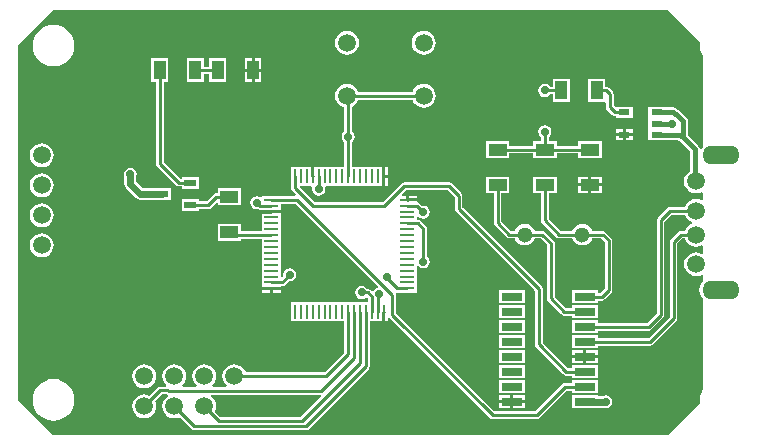
<source format=gtl>
G04*
G04 #@! TF.GenerationSoftware,Altium Limited,Altium Designer,18.1.2 (67)*
G04*
G04 Layer_Physical_Order=1*
G04 Layer_Color=255*
%FSLAX43Y43*%
%MOMM*%
G71*
G01*
G75*
%ADD11C,0.250*%
%ADD15R,0.295X1.194*%
%ADD16R,1.194X0.295*%
%ADD17R,0.972X0.508*%
%ADD29C,1.300*%
%ADD31R,1.600X1.000*%
%ADD32R,1.000X0.600*%
%ADD33R,1.800X0.640*%
%ADD34R,1.000X1.600*%
%ADD35C,0.450*%
%ADD36C,0.254*%
%ADD37C,0.600*%
%ADD38O,3.150X1.575*%
%ADD39C,1.500*%
%ADD40C,0.710*%
G36*
X57760Y33240D02*
X57737Y33000D01*
X57770Y32656D01*
X57871Y32325D01*
X58000Y32083D01*
Y24467D01*
X57969Y24444D01*
X57844Y24280D01*
X57710Y24311D01*
X57696Y24384D01*
X57603Y24523D01*
X56728Y25397D01*
Y26596D01*
X56696Y26760D01*
X56603Y26899D01*
X56024Y27478D01*
X55885Y27571D01*
X55845Y27579D01*
X55771Y27653D01*
X55632Y27746D01*
X55468Y27778D01*
X54759D01*
Y27814D01*
X53366D01*
Y26886D01*
X53366D01*
Y26864D01*
X53366D01*
Y25936D01*
X53366D01*
Y25914D01*
X53366D01*
Y24986D01*
X54759D01*
Y25022D01*
X55893D01*
X55997Y24917D01*
X55997Y24917D01*
X56872Y24043D01*
Y22361D01*
X56683Y22217D01*
X56522Y22007D01*
X56421Y21762D01*
X56386Y21500D01*
X56421Y21238D01*
X56522Y20993D01*
X56683Y20783D01*
X56893Y20622D01*
X57138Y20521D01*
X57400Y20486D01*
X57662Y20521D01*
X57875Y20609D01*
X58000Y20552D01*
Y19948D01*
X57875Y19891D01*
X57662Y19979D01*
X57400Y20014D01*
X57138Y19979D01*
X56893Y19878D01*
X56683Y19717D01*
X56522Y19507D01*
X56447Y19326D01*
X55200D01*
X55075Y19301D01*
X54969Y19231D01*
X54177Y18438D01*
X54168Y18432D01*
X54097Y18326D01*
X54072Y18200D01*
Y10336D01*
X53264Y9528D01*
X49110D01*
Y9730D01*
X46890D01*
Y8670D01*
X49110D01*
Y8872D01*
X53400D01*
X53526Y8897D01*
X53632Y8968D01*
X54632Y9968D01*
X54703Y10074D01*
X54728Y10200D01*
Y18067D01*
X55335Y18674D01*
X56447D01*
X56522Y18493D01*
X56683Y18283D01*
X56893Y18122D01*
X57025Y18068D01*
Y17932D01*
X56893Y17878D01*
X56683Y17717D01*
X56522Y17507D01*
X56448Y17328D01*
X56100D01*
X56100Y17328D01*
X55974Y17303D01*
X55868Y17232D01*
X55868Y17232D01*
X55268Y16632D01*
X55197Y16526D01*
X55172Y16400D01*
Y10036D01*
X53394Y8258D01*
X49110D01*
Y8460D01*
X46890D01*
Y7400D01*
X49110D01*
Y7602D01*
X53530D01*
X53656Y7627D01*
X53762Y7698D01*
X55732Y9668D01*
X55803Y9774D01*
X55828Y9900D01*
Y16264D01*
X56236Y16672D01*
X56448D01*
X56522Y16493D01*
X56683Y16283D01*
X56893Y16122D01*
X57138Y16021D01*
X57400Y15986D01*
X57662Y16021D01*
X57875Y16109D01*
X58000Y16052D01*
Y15448D01*
X57875Y15391D01*
X57662Y15479D01*
X57400Y15514D01*
X57138Y15479D01*
X56893Y15378D01*
X56683Y15217D01*
X56522Y15007D01*
X56421Y14762D01*
X56386Y14500D01*
X56421Y14238D01*
X56522Y13993D01*
X56683Y13783D01*
X56893Y13622D01*
X57138Y13521D01*
X57400Y13486D01*
X57662Y13521D01*
X57875Y13609D01*
X58000Y13552D01*
Y13067D01*
X57969Y13044D01*
X57802Y12826D01*
X57697Y12572D01*
X57661Y12300D01*
X57697Y12028D01*
X57802Y11774D01*
X57969Y11556D01*
X58000Y11533D01*
Y3917D01*
X57871Y3675D01*
X57770Y3344D01*
X57737Y3000D01*
X57760Y2760D01*
X55000Y0D01*
X3000D01*
X0Y3000D01*
Y33000D01*
X3000Y36000D01*
X55000D01*
X57760Y33240D01*
D02*
G37*
%LPC*%
G36*
X34350Y34264D02*
X34088Y34229D01*
X33843Y34128D01*
X33633Y33967D01*
X33472Y33757D01*
X33371Y33512D01*
X33336Y33250D01*
X33371Y32988D01*
X33472Y32743D01*
X33633Y32533D01*
X33843Y32372D01*
X34088Y32271D01*
X34350Y32236D01*
X34612Y32271D01*
X34857Y32372D01*
X35067Y32533D01*
X35228Y32743D01*
X35329Y32988D01*
X35364Y33250D01*
X35329Y33512D01*
X35228Y33757D01*
X35067Y33967D01*
X34857Y34128D01*
X34612Y34229D01*
X34350Y34264D01*
D02*
G37*
G36*
X27850D02*
X27588Y34229D01*
X27343Y34128D01*
X27133Y33967D01*
X26972Y33757D01*
X26871Y33512D01*
X26836Y33250D01*
X26871Y32988D01*
X26972Y32743D01*
X27133Y32533D01*
X27343Y32372D01*
X27588Y32271D01*
X27850Y32236D01*
X28112Y32271D01*
X28357Y32372D01*
X28567Y32533D01*
X28728Y32743D01*
X28829Y32988D01*
X28864Y33250D01*
X28829Y33512D01*
X28728Y33757D01*
X28567Y33967D01*
X28357Y34128D01*
X28112Y34229D01*
X27850Y34264D01*
D02*
G37*
G36*
X3000Y34763D02*
X2656Y34730D01*
X2325Y34629D01*
X2020Y34466D01*
X1753Y34247D01*
X1534Y33980D01*
X1371Y33675D01*
X1270Y33344D01*
X1237Y33000D01*
X1270Y32656D01*
X1371Y32325D01*
X1534Y32020D01*
X1753Y31753D01*
X2020Y31534D01*
X2325Y31371D01*
X2656Y31270D01*
X3000Y31237D01*
X3344Y31270D01*
X3675Y31371D01*
X3980Y31534D01*
X4247Y31753D01*
X4466Y32020D01*
X4629Y32325D01*
X4730Y32656D01*
X4763Y33000D01*
X4730Y33344D01*
X4629Y33675D01*
X4466Y33980D01*
X4247Y34247D01*
X3980Y34466D01*
X3675Y34629D01*
X3344Y34730D01*
X3000Y34763D01*
D02*
G37*
G36*
X17610Y31910D02*
X16190D01*
Y31226D01*
X15710D01*
Y31910D01*
X14290D01*
Y29890D01*
X15710D01*
Y30574D01*
X16190D01*
Y29890D01*
X17610D01*
Y31910D01*
D02*
G37*
G36*
X20610D02*
X20025D01*
Y31025D01*
X20610D01*
Y31910D01*
D02*
G37*
G36*
X19775D02*
X19190D01*
Y31025D01*
X19775D01*
Y31910D01*
D02*
G37*
G36*
X20610Y30775D02*
X20025D01*
Y29890D01*
X20610D01*
Y30775D01*
D02*
G37*
G36*
X19775D02*
X19190D01*
Y29890D01*
X19775D01*
Y30775D01*
D02*
G37*
G36*
X46710Y30210D02*
X45290D01*
Y29528D01*
X45042D01*
X44997Y29597D01*
X44815Y29718D01*
X44600Y29761D01*
X44385Y29718D01*
X44203Y29597D01*
X44082Y29415D01*
X44039Y29200D01*
X44082Y28985D01*
X44203Y28803D01*
X44385Y28682D01*
X44600Y28639D01*
X44815Y28682D01*
X44997Y28803D01*
X45042Y28872D01*
X45290D01*
Y28190D01*
X46710D01*
Y30210D01*
D02*
G37*
G36*
X34350Y29764D02*
X34088Y29729D01*
X33843Y29628D01*
X33633Y29467D01*
X33472Y29257D01*
X33398Y29078D01*
X28802D01*
X28728Y29257D01*
X28567Y29467D01*
X28357Y29628D01*
X28112Y29729D01*
X27850Y29764D01*
X27588Y29729D01*
X27343Y29628D01*
X27133Y29467D01*
X26972Y29257D01*
X26871Y29012D01*
X26836Y28750D01*
X26871Y28488D01*
X26972Y28243D01*
X27133Y28033D01*
X27343Y27872D01*
X27588Y27771D01*
X27622Y27766D01*
Y25742D01*
X27553Y25697D01*
X27432Y25515D01*
X27389Y25300D01*
X27432Y25085D01*
X27553Y24903D01*
X27622Y24858D01*
Y22757D01*
X25075D01*
Y21950D01*
X24825D01*
Y22757D01*
X23093D01*
Y21143D01*
X23124D01*
Y20950D01*
X23149Y20825D01*
X23219Y20719D01*
X23537Y20401D01*
X23486Y20276D01*
X22257D01*
Y20308D01*
X20643D01*
Y20216D01*
X20518Y20149D01*
X20415Y20218D01*
X20200Y20261D01*
X19985Y20218D01*
X19803Y20097D01*
X19682Y19915D01*
X19639Y19700D01*
X19682Y19485D01*
X19803Y19303D01*
X19985Y19182D01*
X20200Y19139D01*
X20304Y19160D01*
X20324Y19147D01*
X20450Y19122D01*
X20643D01*
Y19075D01*
X22257D01*
Y19624D01*
X23515D01*
X30488Y12651D01*
X30451Y12531D01*
X30385Y12518D01*
X30203Y12397D01*
X30099Y12240D01*
X29961Y12200D01*
X29831Y12331D01*
X29725Y12401D01*
X29600Y12426D01*
X29543D01*
X29497Y12497D01*
X29315Y12618D01*
X29100Y12661D01*
X28885Y12618D01*
X28703Y12497D01*
X28582Y12315D01*
X28539Y12100D01*
X28582Y11885D01*
X28703Y11703D01*
X28885Y11582D01*
X29100Y11539D01*
X29315Y11582D01*
X29497Y11703D01*
X29532Y11707D01*
X29624Y11615D01*
Y11257D01*
X23093D01*
Y9643D01*
X27622D01*
Y6986D01*
X25964Y5328D01*
X19269D01*
X19195Y5507D01*
X19034Y5717D01*
X18824Y5878D01*
X18579Y5979D01*
X18317Y6014D01*
X18054Y5979D01*
X17810Y5878D01*
X17600Y5717D01*
X17439Y5507D01*
X17338Y5262D01*
X17303Y5000D01*
X17338Y4738D01*
X17439Y4493D01*
X17600Y4283D01*
X17668Y4231D01*
X17625Y4106D01*
X16468D01*
X16426Y4231D01*
X16494Y4283D01*
X16655Y4493D01*
X16756Y4738D01*
X16791Y5000D01*
X16756Y5262D01*
X16655Y5507D01*
X16494Y5717D01*
X16284Y5878D01*
X16039Y5979D01*
X15777Y6014D01*
X15514Y5979D01*
X15270Y5878D01*
X15060Y5717D01*
X14899Y5507D01*
X14798Y5262D01*
X14763Y5000D01*
X14798Y4738D01*
X14899Y4493D01*
X15060Y4283D01*
X15128Y4231D01*
X15085Y4106D01*
X13928D01*
X13886Y4231D01*
X13954Y4283D01*
X14115Y4493D01*
X14216Y4738D01*
X14251Y5000D01*
X14216Y5262D01*
X14115Y5507D01*
X13954Y5717D01*
X13744Y5878D01*
X13499Y5979D01*
X13237Y6014D01*
X12974Y5979D01*
X12730Y5878D01*
X12520Y5717D01*
X12359Y5507D01*
X12258Y5262D01*
X12223Y5000D01*
X12258Y4738D01*
X12359Y4493D01*
X12520Y4283D01*
X12559Y4253D01*
X12517Y4128D01*
X12037D01*
X11911Y4103D01*
X11805Y4032D01*
X11138Y3365D01*
X10959Y3439D01*
X10697Y3474D01*
X10434Y3439D01*
X10190Y3338D01*
X9980Y3177D01*
X9819Y2967D01*
X9718Y2722D01*
X9683Y2460D01*
X9718Y2198D01*
X9819Y1953D01*
X9980Y1743D01*
X10190Y1582D01*
X10434Y1481D01*
X10697Y1446D01*
X10959Y1481D01*
X11204Y1582D01*
X11414Y1743D01*
X11575Y1953D01*
X11676Y2198D01*
X11711Y2460D01*
X11676Y2722D01*
X11602Y2901D01*
X12173Y3472D01*
X12620D01*
X12692Y3457D01*
X12717Y3378D01*
X12719Y3331D01*
X12719Y3329D01*
X12520Y3177D01*
X12359Y2967D01*
X12258Y2722D01*
X12223Y2460D01*
X12258Y2198D01*
X12359Y1953D01*
X12520Y1743D01*
X12730Y1582D01*
X12974Y1481D01*
X13237Y1446D01*
X13499Y1481D01*
X13678Y1555D01*
X14676Y557D01*
X14782Y486D01*
X14908Y461D01*
X24389D01*
X24515Y486D01*
X24621Y557D01*
X29682Y5618D01*
X29753Y5724D01*
X29778Y5850D01*
Y9643D01*
X30825D01*
Y10450D01*
X31075D01*
Y9643D01*
X31308D01*
Y9986D01*
X31433Y10024D01*
X31469Y9969D01*
X39969Y1469D01*
X40075Y1399D01*
X40200Y1374D01*
X43900D01*
X44025Y1399D01*
X44131Y1469D01*
X46455Y3794D01*
X46890D01*
Y3590D01*
X49110D01*
Y4650D01*
X46890D01*
Y4446D01*
X46320D01*
X46195Y4421D01*
X46089Y4351D01*
X43765Y2026D01*
X40335D01*
X32026Y10335D01*
Y11900D01*
X32005Y12005D01*
X32020Y12043D01*
X32030Y12058D01*
X32032Y12060D01*
X32143Y12092D01*
X32143Y12092D01*
X32143Y12092D01*
X33757D01*
Y13092D01*
Y14298D01*
X33882Y14336D01*
X33903Y14303D01*
X34085Y14182D01*
X34300Y14139D01*
X34515Y14182D01*
X34697Y14303D01*
X34818Y14485D01*
X34861Y14700D01*
X34818Y14915D01*
X34697Y15097D01*
X34626Y15143D01*
Y17500D01*
X34601Y17625D01*
X34531Y17731D01*
X34081Y18181D01*
X33975Y18251D01*
X33850Y18276D01*
X33757D01*
Y18498D01*
X33882Y18536D01*
X33903Y18503D01*
X34085Y18382D01*
X34300Y18339D01*
X34515Y18382D01*
X34697Y18503D01*
X34818Y18685D01*
X34861Y18900D01*
X34818Y19115D01*
X34697Y19297D01*
X34515Y19418D01*
X34300Y19461D01*
X34220Y19445D01*
X33982Y19682D01*
X33876Y19753D01*
X33757Y19777D01*
Y19825D01*
X32950D01*
Y19950D01*
X32825D01*
Y20308D01*
X32532D01*
X32484Y20423D01*
X32835Y20774D01*
X36365D01*
X36974Y20165D01*
Y19200D01*
X36999Y19075D01*
X37069Y18969D01*
X43774Y12265D01*
Y7700D01*
X43799Y7575D01*
X43869Y7469D01*
X46179Y5159D01*
X46285Y5089D01*
X46410Y5064D01*
X46890D01*
Y4860D01*
X49110D01*
Y5920D01*
X46890D01*
Y5716D01*
X46545D01*
X44426Y7835D01*
Y12400D01*
X44401Y12525D01*
X44331Y12631D01*
X37626Y19335D01*
Y20300D01*
X37601Y20425D01*
X37531Y20531D01*
X36731Y21331D01*
X36625Y21401D01*
X36500Y21426D01*
X32700D01*
X32575Y21401D01*
X32469Y21331D01*
X30865Y19726D01*
X25135D01*
X23843Y21018D01*
X23895Y21143D01*
X24845D01*
X24923Y21018D01*
X24889Y20850D01*
X24932Y20635D01*
X25053Y20453D01*
X25235Y20332D01*
X25450Y20289D01*
X25665Y20332D01*
X25847Y20453D01*
X25968Y20635D01*
X26011Y20850D01*
X25977Y21018D01*
X26055Y21143D01*
X30825D01*
Y21950D01*
X30950D01*
D01*
X30825D01*
Y22757D01*
X28278D01*
Y24858D01*
X28347Y24903D01*
X28468Y25085D01*
X28511Y25300D01*
X28468Y25515D01*
X28347Y25697D01*
X28278Y25742D01*
Y27840D01*
X28357Y27872D01*
X28567Y28033D01*
X28728Y28243D01*
X28802Y28422D01*
X33398D01*
X33472Y28243D01*
X33633Y28033D01*
X33843Y27872D01*
X34088Y27771D01*
X34350Y27736D01*
X34612Y27771D01*
X34857Y27872D01*
X35067Y28033D01*
X35228Y28243D01*
X35329Y28488D01*
X35364Y28750D01*
X35329Y29012D01*
X35228Y29257D01*
X35067Y29467D01*
X34857Y29628D01*
X34612Y29729D01*
X34350Y29764D01*
D02*
G37*
G36*
X49710Y30210D02*
X48290D01*
Y28190D01*
X49710D01*
X49772Y28091D01*
Y27800D01*
X49797Y27674D01*
X49868Y27568D01*
X50318Y27118D01*
X50424Y27047D01*
X50550Y27022D01*
X50641D01*
Y26886D01*
X52034D01*
Y27814D01*
X50641D01*
Y27814D01*
X50577Y27787D01*
X50428Y27936D01*
Y28900D01*
X50403Y29026D01*
X50332Y29132D01*
X50032Y29432D01*
X49926Y29503D01*
X49800Y29528D01*
X49710D01*
Y30210D01*
D02*
G37*
G36*
X52034Y25914D02*
X51463D01*
Y25575D01*
X52034D01*
Y25914D01*
D02*
G37*
G36*
X51213D02*
X50641D01*
Y25575D01*
X51213D01*
Y25914D01*
D02*
G37*
G36*
X52034Y25325D02*
X51463D01*
Y24986D01*
X52034D01*
Y25325D01*
D02*
G37*
G36*
X51213D02*
X50641D01*
Y24986D01*
X51213D01*
Y25325D01*
D02*
G37*
G36*
X44600Y26261D02*
X44385Y26218D01*
X44203Y26097D01*
X44082Y25915D01*
X44039Y25700D01*
X44082Y25485D01*
X44203Y25303D01*
X44272Y25258D01*
Y24910D01*
X43590D01*
Y24528D01*
X41610D01*
Y24910D01*
X39590D01*
Y23490D01*
X41610D01*
Y23872D01*
X43590D01*
Y23490D01*
X45610D01*
Y23872D01*
X47390D01*
Y23490D01*
X49410D01*
Y24910D01*
X47390D01*
Y24528D01*
X45610D01*
Y24910D01*
X44928D01*
Y25258D01*
X44997Y25303D01*
X45118Y25485D01*
X45161Y25700D01*
X45118Y25915D01*
X44997Y26097D01*
X44815Y26218D01*
X44600Y26261D01*
D02*
G37*
G36*
X2000Y24734D02*
X1738Y24699D01*
X1493Y24598D01*
X1283Y24437D01*
X1122Y24227D01*
X1021Y23982D01*
X986Y23720D01*
X1021Y23458D01*
X1122Y23213D01*
X1283Y23003D01*
X1493Y22842D01*
X1738Y22741D01*
X2000Y22706D01*
X2262Y22741D01*
X2507Y22842D01*
X2717Y23003D01*
X2878Y23213D01*
X2979Y23458D01*
X3014Y23720D01*
X2979Y23982D01*
X2878Y24227D01*
X2717Y24437D01*
X2507Y24598D01*
X2262Y24699D01*
X2000Y24734D01*
D02*
G37*
G36*
X31308Y22757D02*
X31075D01*
Y22075D01*
X31308D01*
Y22757D01*
D02*
G37*
G36*
X49410Y21910D02*
X48525D01*
Y21325D01*
X49410D01*
Y21910D01*
D02*
G37*
G36*
X48275D02*
X47390D01*
Y21325D01*
X48275D01*
Y21910D01*
D02*
G37*
G36*
X31308Y21825D02*
X31075D01*
Y21143D01*
X31308D01*
Y21825D01*
D02*
G37*
G36*
X12710Y31910D02*
X11290D01*
Y29890D01*
X11674D01*
Y23000D01*
X11699Y22875D01*
X11769Y22769D01*
X13369Y21169D01*
X13475Y21099D01*
X13600Y21074D01*
X13890D01*
Y20890D01*
X15310D01*
Y21910D01*
X13890D01*
Y21726D01*
X13735D01*
X12326Y23135D01*
Y29890D01*
X12710D01*
Y31910D01*
D02*
G37*
G36*
X49410Y21075D02*
X48525D01*
Y20490D01*
X49410D01*
Y21075D01*
D02*
G37*
G36*
X48275D02*
X47390D01*
Y20490D01*
X48275D01*
Y21075D01*
D02*
G37*
G36*
X2000Y22194D02*
X1738Y22159D01*
X1493Y22058D01*
X1283Y21897D01*
X1122Y21687D01*
X1021Y21442D01*
X986Y21180D01*
X1021Y20918D01*
X1122Y20673D01*
X1283Y20463D01*
X1493Y20302D01*
X1738Y20201D01*
X2000Y20166D01*
X2262Y20201D01*
X2507Y20302D01*
X2717Y20463D01*
X2878Y20673D01*
X2979Y20918D01*
X3014Y21180D01*
X2979Y21442D01*
X2878Y21687D01*
X2717Y21897D01*
X2507Y22058D01*
X2262Y22159D01*
X2000Y22194D01*
D02*
G37*
G36*
X33757Y20308D02*
X33075D01*
Y20075D01*
X33757D01*
Y20308D01*
D02*
G37*
G36*
X9500Y22661D02*
X9285Y22618D01*
X9103Y22497D01*
X8982Y22315D01*
X8939Y22100D01*
X8982Y21885D01*
X8995Y21865D01*
Y21300D01*
X9034Y21107D01*
X9143Y20943D01*
X9993Y20093D01*
X10157Y19984D01*
X10350Y19945D01*
X11490D01*
Y19940D01*
X12910D01*
Y20960D01*
X11490D01*
Y20955D01*
X10559D01*
X10005Y21509D01*
Y21865D01*
X10018Y21885D01*
X10061Y22100D01*
X10018Y22315D01*
X9897Y22497D01*
X9715Y22618D01*
X9500Y22661D01*
D02*
G37*
G36*
X18910Y20910D02*
X16890D01*
Y20526D01*
X16800D01*
X16675Y20501D01*
X16569Y20431D01*
X15965Y19826D01*
X15310D01*
Y20010D01*
X13890D01*
Y18990D01*
X15310D01*
Y19174D01*
X16100D01*
X16225Y19199D01*
X16331Y19269D01*
X16775Y19713D01*
X16890Y19665D01*
Y19490D01*
X18910D01*
Y20910D01*
D02*
G37*
G36*
X2000Y19654D02*
X1738Y19619D01*
X1493Y19518D01*
X1283Y19357D01*
X1122Y19147D01*
X1021Y18902D01*
X986Y18640D01*
X1021Y18378D01*
X1122Y18133D01*
X1283Y17923D01*
X1493Y17762D01*
X1738Y17661D01*
X2000Y17626D01*
X2262Y17661D01*
X2507Y17762D01*
X2717Y17923D01*
X2878Y18133D01*
X2979Y18378D01*
X3014Y18640D01*
X2979Y18902D01*
X2878Y19147D01*
X2717Y19357D01*
X2507Y19518D01*
X2262Y19619D01*
X2000Y19654D01*
D02*
G37*
G36*
X22257Y18825D02*
X20643D01*
Y18093D01*
Y17276D01*
X18910D01*
Y17910D01*
X16890D01*
Y16490D01*
X18910D01*
Y16624D01*
X20643D01*
Y16093D01*
Y15092D01*
Y14092D01*
Y13092D01*
Y12575D01*
X22257D01*
Y12622D01*
X22350D01*
X22476Y12647D01*
X22582Y12718D01*
X22920Y13055D01*
X23000Y13039D01*
X23215Y13082D01*
X23397Y13203D01*
X23518Y13385D01*
X23561Y13600D01*
X23518Y13815D01*
X23397Y13997D01*
X23215Y14118D01*
X23000Y14161D01*
X22785Y14118D01*
X22603Y13997D01*
X22482Y13815D01*
X22439Y13600D01*
X22455Y13520D01*
X22372Y13437D01*
X22257Y13485D01*
Y14592D01*
Y15592D01*
Y16593D01*
Y17593D01*
Y18593D01*
Y18825D01*
D02*
G37*
G36*
X2000Y17114D02*
X1738Y17079D01*
X1493Y16978D01*
X1283Y16817D01*
X1122Y16607D01*
X1021Y16362D01*
X986Y16100D01*
X1021Y15838D01*
X1122Y15593D01*
X1283Y15383D01*
X1493Y15222D01*
X1738Y15121D01*
X2000Y15086D01*
X2262Y15121D01*
X2507Y15222D01*
X2717Y15383D01*
X2878Y15593D01*
X2979Y15838D01*
X3014Y16100D01*
X2979Y16362D01*
X2878Y16607D01*
X2717Y16817D01*
X2507Y16978D01*
X2262Y17079D01*
X2000Y17114D01*
D02*
G37*
G36*
X22257Y12325D02*
X21575D01*
Y12092D01*
X22257D01*
Y12325D01*
D02*
G37*
G36*
X21325D02*
X20643D01*
Y12092D01*
X21325D01*
Y12325D01*
D02*
G37*
G36*
X45610Y21910D02*
X43590D01*
Y20490D01*
X44272D01*
Y18200D01*
X44297Y18074D01*
X44368Y17968D01*
X45568Y16768D01*
X45674Y16697D01*
X45800Y16672D01*
X46936D01*
X46989Y16544D01*
X47135Y16355D01*
X47324Y16209D01*
X47544Y16118D01*
X47780Y16087D01*
X48016Y16118D01*
X48236Y16209D01*
X48425Y16355D01*
X48571Y16544D01*
X48624Y16672D01*
X49364D01*
X49672Y16364D01*
Y12436D01*
X49304Y12068D01*
X49110D01*
Y12270D01*
X46890D01*
Y11210D01*
X49110D01*
Y11412D01*
X49440D01*
X49566Y11437D01*
X49672Y11508D01*
X50232Y12068D01*
X50303Y12174D01*
X50328Y12300D01*
Y16500D01*
X50303Y16626D01*
X50232Y16732D01*
X49732Y17232D01*
X49626Y17303D01*
X49500Y17328D01*
X48624D01*
X48571Y17456D01*
X48425Y17645D01*
X48236Y17791D01*
X48016Y17882D01*
X47780Y17913D01*
X47544Y17882D01*
X47324Y17791D01*
X47135Y17645D01*
X46989Y17456D01*
X46936Y17328D01*
X45936D01*
X44928Y18336D01*
Y20490D01*
X45610D01*
Y21910D01*
D02*
G37*
G36*
X42900Y12270D02*
X40680D01*
Y11210D01*
X42900D01*
Y12270D01*
D02*
G37*
G36*
X41610Y21910D02*
X39590D01*
Y20490D01*
X40272D01*
Y18000D01*
X40297Y17874D01*
X40368Y17768D01*
X41368Y16768D01*
X41474Y16697D01*
X41600Y16672D01*
X42056D01*
X42109Y16544D01*
X42255Y16355D01*
X42444Y16209D01*
X42664Y16118D01*
X42900Y16087D01*
X43136Y16118D01*
X43356Y16209D01*
X43545Y16355D01*
X43691Y16544D01*
X43744Y16672D01*
X44264D01*
X44772Y16164D01*
Y11600D01*
X44797Y11474D01*
X44868Y11368D01*
X45998Y10238D01*
X46104Y10167D01*
X46230Y10142D01*
X46890D01*
Y9940D01*
X49110D01*
Y11000D01*
X46890D01*
Y10798D01*
X46366D01*
X45428Y11736D01*
Y16300D01*
X45428Y16300D01*
X45403Y16426D01*
X45332Y16532D01*
X45332Y16532D01*
X44632Y17232D01*
X44526Y17303D01*
X44400Y17328D01*
X43744D01*
X43691Y17456D01*
X43545Y17645D01*
X43356Y17791D01*
X43136Y17882D01*
X42900Y17913D01*
X42664Y17882D01*
X42444Y17791D01*
X42255Y17645D01*
X42109Y17456D01*
X42056Y17328D01*
X41736D01*
X40928Y18136D01*
Y20490D01*
X41610D01*
Y21910D01*
D02*
G37*
G36*
X42900Y11000D02*
X40680D01*
Y9940D01*
X42900D01*
Y11000D01*
D02*
G37*
G36*
Y9730D02*
X40680D01*
Y8670D01*
X42900D01*
Y9730D01*
D02*
G37*
G36*
Y8460D02*
X40680D01*
Y7400D01*
X42900D01*
Y8460D01*
D02*
G37*
G36*
X49110Y7190D02*
X48125D01*
Y6785D01*
X49110D01*
Y7190D01*
D02*
G37*
G36*
X47875D02*
X46890D01*
Y6785D01*
X47875D01*
Y7190D01*
D02*
G37*
G36*
X49110Y6535D02*
X48125D01*
Y6130D01*
X49110D01*
Y6535D01*
D02*
G37*
G36*
X47875D02*
X46890D01*
Y6130D01*
X47875D01*
Y6535D01*
D02*
G37*
G36*
X42900Y7190D02*
X40680D01*
Y6130D01*
X42900D01*
Y7190D01*
D02*
G37*
G36*
Y5920D02*
X40680D01*
Y4860D01*
X42900D01*
Y5920D01*
D02*
G37*
G36*
X10697Y6014D02*
X10434Y5979D01*
X10190Y5878D01*
X9980Y5717D01*
X9819Y5507D01*
X9718Y5262D01*
X9683Y5000D01*
X9718Y4738D01*
X9819Y4493D01*
X9980Y4283D01*
X10190Y4122D01*
X10434Y4021D01*
X10697Y3986D01*
X10959Y4021D01*
X11204Y4122D01*
X11414Y4283D01*
X11575Y4493D01*
X11676Y4738D01*
X11711Y5000D01*
X11676Y5262D01*
X11575Y5507D01*
X11414Y5717D01*
X11204Y5878D01*
X10959Y5979D01*
X10697Y6014D01*
D02*
G37*
G36*
X42900Y4650D02*
X40680D01*
Y3590D01*
X42900D01*
Y4650D01*
D02*
G37*
G36*
X49750Y3411D02*
X49535Y3368D01*
X49515Y3355D01*
X49110D01*
Y3380D01*
X46890D01*
Y2320D01*
X49110D01*
Y2345D01*
X49515D01*
X49535Y2332D01*
X49750Y2289D01*
X49965Y2332D01*
X50147Y2453D01*
X50268Y2635D01*
X50311Y2850D01*
X50268Y3065D01*
X50147Y3247D01*
X49965Y3368D01*
X49750Y3411D01*
D02*
G37*
G36*
X42900Y3380D02*
X41915D01*
Y2975D01*
X42900D01*
Y3380D01*
D02*
G37*
G36*
X41665D02*
X40680D01*
Y2975D01*
X41665D01*
Y3380D01*
D02*
G37*
G36*
X42900Y2725D02*
X41915D01*
Y2320D01*
X42900D01*
Y2725D01*
D02*
G37*
G36*
X41665D02*
X40680D01*
Y2320D01*
X41665D01*
Y2725D01*
D02*
G37*
G36*
X3000Y4763D02*
X2656Y4730D01*
X2325Y4629D01*
X2020Y4466D01*
X1753Y4247D01*
X1534Y3980D01*
X1371Y3675D01*
X1270Y3344D01*
X1237Y3000D01*
X1270Y2656D01*
X1371Y2325D01*
X1534Y2020D01*
X1753Y1753D01*
X2020Y1534D01*
X2325Y1371D01*
X2656Y1270D01*
X3000Y1237D01*
X3344Y1270D01*
X3675Y1371D01*
X3980Y1534D01*
X4247Y1753D01*
X4466Y2020D01*
X4629Y2325D01*
X4730Y2656D01*
X4763Y3000D01*
X4730Y3344D01*
X4629Y3675D01*
X4466Y3980D01*
X4247Y4247D01*
X3980Y4466D01*
X3675Y4629D01*
X3344Y4730D01*
X3000Y4763D01*
D02*
G37*
%LPD*%
G36*
X25660Y3325D02*
X23902Y1566D01*
X17135D01*
X16682Y2019D01*
X16756Y2198D01*
X16791Y2460D01*
X16756Y2722D01*
X16655Y2967D01*
X16494Y3177D01*
X16301Y3325D01*
X16307Y3388D01*
X16335Y3450D01*
X25609D01*
X25660Y3325D01*
D02*
G37*
D11*
X19700Y18700D02*
X20100D01*
X20350Y18950D01*
X30900Y9000D02*
X30922Y9022D01*
X23650Y19950D02*
X31700Y11900D01*
Y10200D02*
Y11900D01*
Y10200D02*
X40200Y1700D01*
X54400Y18200D02*
X55200Y19000D01*
X57300D01*
X37300Y19200D02*
X44100Y12400D01*
X37300Y19200D02*
Y20300D01*
X44100Y7700D02*
Y12400D01*
X34300Y14700D02*
Y17500D01*
X33850Y17950D02*
X34300Y17500D01*
X32950Y17950D02*
X33850D01*
X21450Y19950D02*
X23650D01*
X25000Y19400D02*
X31000D01*
X23450Y20950D02*
X25000Y19400D01*
X23450Y20950D02*
Y21950D01*
X36500Y21100D02*
X37300Y20300D01*
X32700Y21100D02*
X36500D01*
X31000Y19400D02*
X32700Y21100D01*
X44100Y7700D02*
X46410Y5390D01*
X48000D01*
X40200Y1700D02*
X43900D01*
X46320Y4120D01*
X48000D01*
X32050Y12450D02*
X32950D01*
X31200Y13300D02*
X32050Y12450D01*
X29100Y12100D02*
X29600D01*
X29950Y11750D01*
Y10450D02*
Y11750D01*
X31200Y13300D02*
Y13400D01*
X15000Y30900D02*
X16900D01*
X12000Y23000D02*
Y30900D01*
Y23000D02*
X13600Y21400D01*
X14600D01*
Y19500D02*
X16100D01*
X16800Y20200D01*
X17900D01*
Y17200D02*
X18150Y16950D01*
X21450D01*
X30922Y10422D02*
X30950Y10450D01*
X32950Y19950D02*
X33000Y20000D01*
X34200D01*
X30922Y21978D02*
X30950Y21950D01*
X30922Y21978D02*
Y23278D01*
X30900Y23300D02*
X30922Y23278D01*
X24922Y21978D02*
X24950Y21950D01*
X24922Y21978D02*
Y23378D01*
X24900Y23400D02*
X24922Y23378D01*
X20350Y18950D02*
X21450D01*
X22950Y12450D02*
X23000Y12500D01*
X21450Y12450D02*
X22950D01*
D15*
X30950Y21950D02*
D03*
X30450D02*
D03*
X29950D02*
D03*
X29450D02*
D03*
X28950D02*
D03*
X28450D02*
D03*
X27950D02*
D03*
X27450D02*
D03*
X26950D02*
D03*
X26450D02*
D03*
X25950D02*
D03*
X25450D02*
D03*
X24950D02*
D03*
X24450D02*
D03*
X23950D02*
D03*
X23450D02*
D03*
Y10450D02*
D03*
X23950D02*
D03*
X24450D02*
D03*
X24950D02*
D03*
X25450D02*
D03*
X25950D02*
D03*
X26450D02*
D03*
X26950D02*
D03*
X27450D02*
D03*
X27950D02*
D03*
X28450D02*
D03*
X28950D02*
D03*
X29450D02*
D03*
X29950D02*
D03*
X30450D02*
D03*
X30950D02*
D03*
D16*
X21450Y19950D02*
D03*
Y19450D02*
D03*
Y18950D02*
D03*
Y18450D02*
D03*
Y17950D02*
D03*
Y17450D02*
D03*
Y16950D02*
D03*
Y16450D02*
D03*
Y15950D02*
D03*
Y15450D02*
D03*
Y14950D02*
D03*
Y14450D02*
D03*
Y13950D02*
D03*
Y13450D02*
D03*
Y12950D02*
D03*
Y12450D02*
D03*
X32950D02*
D03*
Y12950D02*
D03*
Y13450D02*
D03*
Y13950D02*
D03*
Y14450D02*
D03*
Y14950D02*
D03*
Y15450D02*
D03*
Y15950D02*
D03*
Y16450D02*
D03*
Y16950D02*
D03*
Y17450D02*
D03*
Y17950D02*
D03*
Y18450D02*
D03*
Y18950D02*
D03*
Y19450D02*
D03*
Y19950D02*
D03*
D17*
X51338Y25450D02*
D03*
Y27350D02*
D03*
X54062D02*
D03*
Y26400D02*
D03*
Y25450D02*
D03*
D29*
X42900Y17000D02*
D03*
X47780D02*
D03*
D31*
X48400Y24200D02*
D03*
Y21200D02*
D03*
X17900Y20200D02*
D03*
Y17200D02*
D03*
X40600Y24200D02*
D03*
Y21200D02*
D03*
X44600Y24200D02*
D03*
Y21200D02*
D03*
D32*
X12200Y20450D02*
D03*
X14600Y21400D02*
D03*
Y19500D02*
D03*
D33*
X48000Y2850D02*
D03*
Y4120D02*
D03*
Y5390D02*
D03*
Y6660D02*
D03*
Y7930D02*
D03*
Y9200D02*
D03*
Y10470D02*
D03*
Y11740D02*
D03*
X41790D02*
D03*
Y10470D02*
D03*
Y9200D02*
D03*
Y7930D02*
D03*
Y6660D02*
D03*
Y5390D02*
D03*
Y4120D02*
D03*
Y2850D02*
D03*
D34*
X15000Y30900D02*
D03*
X12000D02*
D03*
X16900D02*
D03*
X19900D02*
D03*
X46000Y29200D02*
D03*
X49000D02*
D03*
D35*
X57300Y21500D02*
Y24220D01*
X56300Y25220D02*
X57300Y24220D01*
X56070Y25450D02*
X56300Y25220D01*
Y26596D01*
Y25220D02*
Y25220D01*
X56070Y25450D02*
X56070D01*
X55721Y27175D02*
X56300Y26596D01*
X55468Y27350D02*
X55643Y27175D01*
X55721D01*
X56070Y25450D02*
X56300Y25220D01*
X54062Y25450D02*
X56070D01*
X54062Y26400D02*
X55400D01*
X54062Y27350D02*
X55468D01*
D36*
X16999Y1238D02*
X24038D01*
X15777Y2460D02*
X16999Y1238D01*
X27950Y25300D02*
Y28650D01*
Y21950D02*
Y25300D01*
X54400Y10200D02*
Y18200D01*
X55500Y9900D02*
Y16400D01*
X56100Y17000D01*
X57300D01*
X30450Y10450D02*
Y11750D01*
X33750Y19450D02*
X34300Y18900D01*
X32950Y19450D02*
X33750D01*
X22350Y12950D02*
X23000Y13600D01*
X21450Y12950D02*
X22350D01*
X20200Y19700D02*
X20450Y19450D01*
X21450D01*
X25450Y20850D02*
Y21950D01*
X27850Y28750D02*
X34350D01*
X27850D02*
X27950Y28650D01*
X29450Y5850D02*
Y10450D01*
X24389Y789D02*
X29450Y5850D01*
X14908Y789D02*
X24389D01*
X13237Y2460D02*
X14908Y789D01*
X24038Y1238D02*
X28950Y6150D01*
Y10450D01*
X10697Y2460D02*
X12037Y3800D01*
X12709D01*
X12731Y3778D01*
X25678D01*
X28450Y6550D01*
Y10450D01*
X27950Y6850D02*
Y10450D01*
X26100Y5000D02*
X27950Y6850D01*
X18317Y5000D02*
X26100D01*
X44600Y29200D02*
X46000D01*
X44600Y24200D02*
Y25700D01*
X49000Y29200D02*
X49800D01*
X50100Y28900D01*
Y27800D02*
Y28900D01*
Y27800D02*
X50550Y27350D01*
X51338D01*
X44600Y24200D02*
X48400D01*
X40600D02*
X44600D01*
X45800Y17000D02*
X47780D01*
X44600Y18200D02*
X45800Y17000D01*
X44600Y18200D02*
Y21200D01*
X40600Y18000D02*
Y21200D01*
Y18000D02*
X41600Y17000D01*
X42900D01*
X42900Y17000D01*
X44400D01*
X45100Y16300D01*
Y11600D02*
Y16300D01*
Y11600D02*
X46230Y10470D01*
X48000D01*
X47780Y17000D02*
X49500D01*
X50000Y16500D01*
Y12300D02*
Y16500D01*
X49440Y11740D02*
X50000Y12300D01*
X48000Y11740D02*
X49440D01*
X53530Y7930D02*
X55500Y9900D01*
X48000Y7930D02*
X53530D01*
X48000Y9200D02*
X53400D01*
X54400Y10200D01*
D37*
X9500Y21300D02*
Y22100D01*
Y21300D02*
X10350Y20450D01*
X12200D01*
X48000Y2850D02*
X49750D01*
D38*
X59500Y23700D02*
D03*
Y12300D02*
D03*
D39*
X57400Y14500D02*
D03*
Y17000D02*
D03*
Y19000D02*
D03*
Y21500D02*
D03*
X2000Y16100D02*
D03*
Y18640D02*
D03*
Y26260D02*
D03*
Y23720D02*
D03*
Y21180D02*
D03*
X27850Y33250D02*
D03*
Y28750D02*
D03*
X34350Y33250D02*
D03*
Y28750D02*
D03*
X10697Y2460D02*
D03*
X13237D02*
D03*
Y5000D02*
D03*
X18317D02*
D03*
X15777D02*
D03*
X10697D02*
D03*
X15777Y2460D02*
D03*
X18317D02*
D03*
D40*
X19700Y18700D02*
D03*
X30900Y9000D02*
D03*
X27950Y25300D02*
D03*
X49750Y2850D02*
D03*
X9500Y22100D02*
D03*
X22100Y6200D02*
D03*
X34300Y14700D02*
D03*
X30600Y12000D02*
D03*
X34300Y18900D02*
D03*
X23000Y13600D02*
D03*
X20200Y19700D02*
D03*
X25450Y20850D02*
D03*
X29100Y12100D02*
D03*
X31200Y13400D02*
D03*
X34200Y20000D02*
D03*
X23000Y12500D02*
D03*
X24900Y23400D02*
D03*
X30900Y23300D02*
D03*
X44600Y29200D02*
D03*
Y25700D02*
D03*
X55400Y26400D02*
D03*
M02*

</source>
